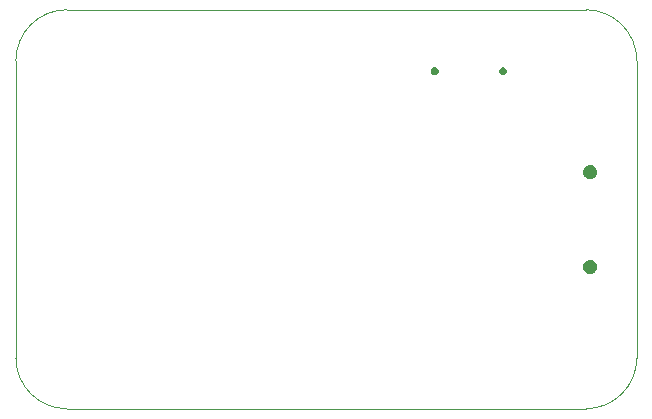
<source format=gbr>
%TF.GenerationSoftware,KiCad,Pcbnew,8.0.4*%
%TF.CreationDate,2024-11-29T22:22:18-05:00*%
%TF.ProjectId,SRSFC,53525346-432e-46b6-9963-61645f706362,V1.0*%
%TF.SameCoordinates,Original*%
%TF.FileFunction,Profile,NP*%
%FSLAX46Y46*%
G04 Gerber Fmt 4.6, Leading zero omitted, Abs format (unit mm)*
G04 Created by KiCad (PCBNEW 8.0.4) date 2024-11-29 22:22:18*
%MOMM*%
%LPD*%
G01*
G04 APERTURE LIST*
%TA.AperFunction,Profile*%
%ADD10C,0.050000*%
%TD*%
%TA.AperFunction,Profile*%
%ADD11C,0.000000*%
%TD*%
G04 APERTURE END LIST*
D10*
X171196000Y-110998000D02*
G75*
G02*
X166878000Y-115316000I-4318000J0D01*
G01*
X118618000Y-110998000D02*
X118618000Y-85852000D01*
X166878000Y-81534000D02*
G75*
G02*
X171196000Y-85852000I0J-4318000D01*
G01*
X166878000Y-115316000D02*
X122936000Y-115316000D01*
X166878000Y-81534000D02*
X122936000Y-81534000D01*
X118618000Y-85852000D02*
G75*
G02*
X122936000Y-81534000I4318000J0D01*
G01*
X122936000Y-115316000D02*
G75*
G02*
X118618000Y-110998000I0J4318000D01*
G01*
X171196000Y-85852000D02*
X171196000Y-110998000D01*
D11*
%TA.AperFunction,Profile*%
%TO.C,USB1*%
G36*
X154190156Y-86388630D02*
G01*
X154287725Y-86438344D01*
X154365156Y-86515775D01*
X154414870Y-86613344D01*
X154432000Y-86721500D01*
X154414870Y-86829656D01*
X154365156Y-86927225D01*
X154287725Y-87004656D01*
X154190156Y-87054370D01*
X154082000Y-87071500D01*
X153973844Y-87054370D01*
X153876275Y-87004656D01*
X153798844Y-86927225D01*
X153749130Y-86829656D01*
X153732000Y-86721500D01*
X153749130Y-86613344D01*
X153798844Y-86515775D01*
X153876275Y-86438344D01*
X153973844Y-86388630D01*
X154082000Y-86371500D01*
X154190156Y-86388630D01*
G37*
%TD.AperFunction*%
%TA.AperFunction,Profile*%
G36*
X159970156Y-86388630D02*
G01*
X160067725Y-86438344D01*
X160145156Y-86515775D01*
X160194870Y-86613344D01*
X160212000Y-86721500D01*
X160194870Y-86829656D01*
X160145156Y-86927225D01*
X160067725Y-87004656D01*
X159970156Y-87054370D01*
X159862000Y-87071500D01*
X159753844Y-87054370D01*
X159656275Y-87004656D01*
X159578844Y-86927225D01*
X159529130Y-86829656D01*
X159512000Y-86721500D01*
X159529130Y-86613344D01*
X159578844Y-86515775D01*
X159656275Y-86438344D01*
X159753844Y-86388630D01*
X159862000Y-86371500D01*
X159970156Y-86388630D01*
G37*
%TD.AperFunction*%
%TA.AperFunction,Profile*%
%TO.C,CARD1*%
G36*
X167399291Y-94720445D02*
G01*
X167544000Y-94780385D01*
X167668264Y-94875736D01*
X167763615Y-95000000D01*
X167823555Y-95144709D01*
X167844000Y-95300000D01*
X167823555Y-95455291D01*
X167763615Y-95600000D01*
X167668264Y-95724264D01*
X167544000Y-95819615D01*
X167399291Y-95879555D01*
X167244000Y-95900000D01*
X167088709Y-95879555D01*
X166944000Y-95819615D01*
X166819736Y-95724264D01*
X166724385Y-95600000D01*
X166664445Y-95455291D01*
X166644000Y-95300000D01*
X166664445Y-95144709D01*
X166724385Y-95000000D01*
X166819736Y-94875736D01*
X166944000Y-94780385D01*
X167088709Y-94720445D01*
X167244000Y-94700000D01*
X167399291Y-94720445D01*
G37*
%TD.AperFunction*%
%TA.AperFunction,Profile*%
G36*
X167399291Y-102720445D02*
G01*
X167544000Y-102780385D01*
X167668264Y-102875736D01*
X167763615Y-103000000D01*
X167823555Y-103144709D01*
X167844000Y-103300000D01*
X167823555Y-103455291D01*
X167763615Y-103600000D01*
X167668264Y-103724264D01*
X167544000Y-103819615D01*
X167399291Y-103879555D01*
X167244000Y-103900000D01*
X167088709Y-103879555D01*
X166944000Y-103819615D01*
X166819736Y-103724264D01*
X166724385Y-103600000D01*
X166664445Y-103455291D01*
X166644000Y-103300000D01*
X166664445Y-103144709D01*
X166724385Y-103000000D01*
X166819736Y-102875736D01*
X166944000Y-102780385D01*
X167088709Y-102720445D01*
X167244000Y-102700000D01*
X167399291Y-102720445D01*
G37*
%TD.AperFunction*%
%TD*%
M02*

</source>
